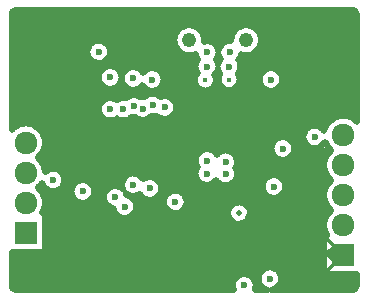
<source format=gbr>
G04 DipTrace 4.3.0.3*
G04 G3L.gbr*
%MOMM*%
G04 #@! TF.FileFunction,Copper,L3,Inr*
G04 #@! TF.Part,Single*
G04 #@! TA.AperFunction,ViaPad*
%ADD16C,0.45*%
G04 #@! TA.AperFunction,CopperBalancing*
%ADD18C,0.5*%
G04 #@! TA.AperFunction,Conductor*
%ADD19C,0.35*%
G04 #@! TA.AperFunction,CopperBalancing*
%ADD23C,0.33*%
G04 #@! TA.AperFunction,ComponentPad*
%ADD25R,1.92X1.92*%
%ADD26C,1.92*%
%ADD31C,1.2192*%
G04 #@! TA.AperFunction,ViaPad*
%ADD32C,0.6*%
%FSLAX35Y35*%
G04*
G71*
G90*
G75*
G01*
G04 Inner2*
%LPD*%
G36*
X3736453Y1403297D2*
X3774007Y1425490D1*
X3783507Y1424100D1*
X3783510Y1309803D1*
X3774010Y1311193D1*
X3711703Y1378547D1*
X3736453Y1403297D1*
G37*
G36*
X3713683Y3363433D2*
X3730000Y3384700D1*
X3732123Y3386820D1*
X3761820Y3357123D1*
X3759700Y3355000D1*
X3738433Y3338683D1*
X3713683Y3363433D1*
G37*
G36*
X3482500Y2479640D2*
X3470697Y2491480D1*
X3469160Y2494057D1*
X3506793Y2512703D1*
X3508330Y2510127D1*
X3517500Y2479640D1*
X3482500D1*
G37*
G36*
X3517500Y2560360D2*
X3508330Y2529873D1*
X3506793Y2527297D1*
X3469160Y2545943D1*
X3470697Y2548520D1*
X3482500Y2560360D1*
X3517500D1*
G37*
X3870010Y1360000D2*
D19*
X3755000D1*
X3575000Y1540000D1*
Y2155000D1*
X3500000Y2230000D1*
Y3125000D1*
X3760000Y3385000D1*
D16*
X2705000Y2840000D3*
X2905000Y2845000D3*
D32*
X2260000Y2630000D3*
X2100000Y2620000D3*
X1900000Y2595000D3*
X2360000Y2610000D3*
X2175000Y2600000D3*
X2010000Y2595000D3*
X1790000Y1655000D3*
X1755000Y1730000D3*
X1685000Y1735000D3*
X1605000Y1755000D3*
X1915000Y1430000D3*
X2015000Y1425000D3*
X1620000Y1695000D3*
X1695000Y1655000D3*
X2135000Y1415000D3*
X2140000Y1625000D3*
X3255000Y1395000D3*
X3180000Y1425000D3*
X3480000Y2520000D3*
X1840000Y1485000D3*
X2330000Y1615000D3*
X2575000Y1470000D3*
X3760000Y3385000D3*
X3500000Y3375000D3*
X1800000Y3080000D3*
X1900000Y2865000D3*
X2095000Y2855000D3*
X2255000Y2845000D3*
X3630000Y2360000D3*
X3360000Y2260000D3*
X3250000Y1160000D3*
X3035000Y1105000D3*
D18*
X2990000Y1715000D3*
D32*
X2095000Y1955000D3*
X1940000Y1850000D3*
X1665000Y1900000D3*
X1415000Y1995000D3*
X2020000Y1770000D3*
X2450000Y1810000D3*
X2875000Y2150000D3*
X2720000Y2160000D3*
X2715000Y2050000D3*
X2875000Y2045000D3*
X3285000Y1940000D3*
X3260000Y2845000D3*
X2910000Y3075000D3*
X2720000D3*
X2715000Y2955000D3*
X2905000D3*
X2235000Y1925000D3*
X1070023Y3385333D2*
D18*
X3980016D1*
X1070023Y3335667D2*
X3980016D1*
X1070023Y3286000D2*
X2493838D1*
X2643564D2*
X2976409D1*
X3126182D2*
X3980016D1*
X1070023Y3236333D2*
X2449906D1*
X2687497D2*
X2932523D1*
X3170068D2*
X3980016D1*
X1070023Y3186667D2*
X2436917D1*
X2700485D2*
X2919534D1*
X3183102D2*
X3980016D1*
X1070023Y3137000D2*
X1717731D1*
X1882269D2*
X2444255D1*
X2798284D2*
X2831715D1*
X3175765D2*
X3980016D1*
X1070023Y3087333D2*
X1699274D1*
X1900726D2*
X2476930D1*
X3143089D2*
X3980016D1*
X1070023Y3037667D2*
X1708844D1*
X1891156D2*
X2626546D1*
X3003454D2*
X3980016D1*
X1070023Y2988000D2*
X1767588D1*
X1832412D2*
X2619847D1*
X3000173D2*
X3980016D1*
X1070023Y2938333D2*
X1833031D1*
X1966943D2*
X2042347D1*
X2147640D2*
X2227510D1*
X2282490D2*
X2615472D1*
X3004548D2*
X3232529D1*
X3287464D2*
X3980016D1*
X1070023Y2888667D2*
X1801950D1*
X2345472D2*
X2626090D1*
X2789398D2*
X2823011D1*
X2986956D2*
X3169502D1*
X3350492D2*
X3980016D1*
X1070023Y2839000D2*
X1802588D1*
X2355817D2*
X2611507D1*
X2998304D2*
X3159202D1*
X3360791D2*
X3980016D1*
X1070023Y2789333D2*
X1835902D1*
X1964072D2*
X2019971D1*
X2338226D2*
X2627458D1*
X2782562D2*
X2831214D1*
X2978799D2*
X3176794D1*
X3343200D2*
X3980016D1*
X1070023Y2739667D2*
X3980016D1*
X1070023Y2690000D2*
X1881201D1*
X1918818D2*
X1991169D1*
X2418070D2*
X3980016D1*
X1070023Y2640333D2*
X1810381D1*
X2456077D2*
X3980016D1*
X1070023Y2590667D2*
X1799079D1*
X2459040D2*
X3980016D1*
X1070023Y2541000D2*
X1815622D1*
X2431742D2*
X3980016D1*
X1070023Y2491333D2*
X3751240D1*
X1287132Y2441667D2*
X3574554D1*
X3685452D2*
X3716878D1*
X1330882Y2392000D2*
X3534495D1*
X1349157Y2342333D2*
X3305628D1*
X3414385D2*
X3530622D1*
X1350843Y2292667D2*
X3264749D1*
X3455264D2*
X3556553D1*
X1336579Y2243000D2*
X2666742D1*
X2773219D2*
X2846208D1*
X2903831D2*
X3260511D1*
X3459502D2*
X3757256D1*
X1300303Y2193333D2*
X2624951D1*
X2965674D2*
X3285941D1*
X3434072D2*
X3719567D1*
X1327510Y2143667D2*
X2620394D1*
X2975791D2*
X3704437D1*
X1347972Y2094000D2*
X2624678D1*
X2962575D2*
X3705439D1*
X1502373Y2044333D2*
X2054834D1*
X2135153D2*
X2614150D1*
X2976019D2*
X3722848D1*
X1515999Y1994667D2*
X1644040D1*
X1685941D2*
X2002562D1*
X2306051D2*
X2631559D1*
X2961755D2*
X3201084D1*
X3368903D2*
X3764001D1*
X1501963Y1945000D2*
X1575179D1*
X1754801D2*
X1921169D1*
X1958831D2*
X1994541D1*
X2333896D2*
X3184131D1*
X3385856D2*
X3722484D1*
X1323818Y1895333D2*
X1564105D1*
X1765876D2*
X1850394D1*
X2331299D2*
X2401006D1*
X2498962D2*
X3195023D1*
X3374964D2*
X3705303D1*
X1346559Y1845667D2*
X1580876D1*
X1749150D2*
X1839092D1*
X2084066D2*
X2175921D1*
X2294066D2*
X2355889D1*
X2544124D2*
X3262197D1*
X3307790D2*
X3704528D1*
X1351800Y1796000D2*
X1855635D1*
X2117425D2*
X2350010D1*
X2549958D2*
X2943506D1*
X3036494D2*
X3719886D1*
X1341409Y1746333D2*
X1921943D1*
X2118018D2*
X2373161D1*
X2526852D2*
X2899574D1*
X3080426D2*
X3758031D1*
X1351982Y1696667D2*
X1953024D1*
X2086937D2*
X2895882D1*
X3084118D2*
X3725674D1*
X1351982Y1647000D2*
X2924548D1*
X3055452D2*
X3706396D1*
X1351982Y1597333D2*
X3703844D1*
X1351982Y1547667D2*
X3717197D1*
X1351982Y1498000D2*
X3703024D1*
X1351982Y1448333D2*
X3703024D1*
X1351982Y1398667D2*
X3703024D1*
X1070023Y1349000D2*
X3703024D1*
X1070023Y1299333D2*
X3703024D1*
X1070023Y1249667D2*
X3210700D1*
X3289287D2*
X3703024D1*
X1070023Y1200000D2*
X3016195D1*
X3053812D2*
X3157744D1*
X3342288D2*
X3703024D1*
X1070023Y1150333D2*
X2945374D1*
X3350492D2*
X3980016D1*
X1070478Y1100667D2*
X2934118D1*
X3135889D2*
X3169548D1*
X3330485D2*
X3979515D1*
X3715787Y1522000D2*
X3736667D1*
X3733614Y1526585D1*
X3722561Y1546885D1*
X3714511Y1568551D1*
X3709625Y1591143D1*
X3708005Y1614200D1*
X3709682Y1637253D1*
X3714623Y1659833D1*
X3722727Y1681479D1*
X3733830Y1701752D1*
X3747704Y1720239D1*
X3764068Y1736563D1*
X3769693Y1740763D1*
X3763762Y1745700D1*
X3747438Y1762064D1*
X3733609Y1780585D1*
X3722557Y1800885D1*
X3714506Y1822551D1*
X3709621Y1845143D1*
X3708000Y1868200D1*
X3709677Y1891253D1*
X3714619Y1913833D1*
X3722723Y1935479D1*
X3733825Y1955752D1*
X3747699Y1974239D1*
X3764064Y1990563D1*
X3769689Y1994763D1*
X3763757Y1999700D1*
X3747433Y2016064D1*
X3733604Y2034585D1*
X3722552Y2054885D1*
X3714501Y2076551D1*
X3709616Y2099143D1*
X3707995Y2122200D1*
X3709673Y2145253D1*
X3714614Y2167833D1*
X3722718Y2189479D1*
X3733820Y2209752D1*
X3747695Y2228239D1*
X3764059Y2244563D1*
X3769684Y2248763D1*
X3763752Y2253700D1*
X3747428Y2270064D1*
X3733600Y2288585D1*
X3722547Y2308885D1*
X3717901Y2321390D1*
X3714941Y2315268D1*
X3701768Y2296240D1*
X3684424Y2280918D1*
X3663917Y2270191D1*
X3641439Y2264684D1*
X3618296Y2264716D1*
X3595833Y2270286D1*
X3575356Y2281070D1*
X3558054Y2296440D1*
X3544934Y2315505D1*
X3536758Y2337156D1*
X3534000Y2360134D1*
X3536822Y2383104D1*
X3545059Y2404732D1*
X3558232Y2423760D1*
X3575576Y2439082D1*
X3596083Y2449809D1*
X3618561Y2455316D1*
X3641704Y2455284D1*
X3664167Y2449714D1*
X3684644Y2438930D1*
X3701946Y2423560D1*
X3711517Y2409652D1*
X3712411Y2413587D1*
X3719365Y2435631D1*
X3729384Y2456460D1*
X3742266Y2475652D1*
X3757748Y2492814D1*
X3775514Y2507599D1*
X3795205Y2519705D1*
X3816417Y2528886D1*
X3838720Y2534954D1*
X3861660Y2537786D1*
X3884769Y2537325D1*
X3907578Y2533580D1*
X3929621Y2526627D1*
X3950450Y2516607D1*
X3969642Y2503725D1*
X3985011Y2489861D1*
X3985000Y3395744D1*
X3983267Y3408904D1*
X3979826Y3417217D1*
X3974354Y3424349D1*
X3967222Y3429821D1*
X3958917Y3433262D1*
X3945750Y3434995D1*
X1104276Y3435000D1*
X1091096Y3433266D1*
X1082783Y3429825D1*
X1075650Y3424353D1*
X1070178Y3417221D1*
X1066738Y3408915D1*
X1065004Y3395746D1*
X1065002Y2420825D1*
X1079064Y2434562D1*
X1097584Y2448391D1*
X1117885Y2459443D1*
X1139551Y2467494D1*
X1162143Y2472379D1*
X1185200Y2474000D1*
X1208253Y2472323D1*
X1230832Y2467381D1*
X1252479Y2459277D1*
X1272752Y2448175D1*
X1291238Y2434301D1*
X1307562Y2417936D1*
X1321391Y2399416D1*
X1332443Y2379115D1*
X1340494Y2357449D1*
X1345379Y2334857D1*
X1347000Y2312000D1*
X1345323Y2288747D1*
X1340381Y2266168D1*
X1332277Y2244521D1*
X1321175Y2224248D1*
X1307301Y2205762D1*
X1290936Y2189438D1*
X1285275Y2185211D1*
X1294864Y2177054D1*
X1310689Y2160207D1*
X1323955Y2141280D1*
X1334393Y2120657D1*
X1341789Y2098758D1*
X1345994Y2076030D1*
X1346747Y2062525D1*
X1360576Y2074082D1*
X1381083Y2084809D1*
X1403561Y2090316D1*
X1426704Y2090284D1*
X1449167Y2084714D1*
X1469644Y2073930D1*
X1486946Y2058560D1*
X1500066Y2039495D1*
X1508242Y2017844D1*
X1511000Y1995000D1*
X1508178Y1971896D1*
X1499941Y1950268D1*
X1486768Y1931240D1*
X1469424Y1915918D1*
X1448917Y1905191D1*
X1426439Y1899684D1*
X1403296Y1899716D1*
X1380833Y1905286D1*
X1360356Y1916070D1*
X1343054Y1931440D1*
X1329934Y1950505D1*
X1321989Y1971543D1*
X1318478Y1966198D1*
X1304054Y1948136D1*
X1287207Y1932311D1*
X1285451Y1931081D1*
X1291238Y1926301D1*
X1307562Y1909936D1*
X1321391Y1891416D1*
X1332443Y1871115D1*
X1340494Y1849449D1*
X1345379Y1826857D1*
X1347000Y1804000D1*
X1345323Y1780747D1*
X1340381Y1758168D1*
X1332277Y1736521D1*
X1321175Y1716248D1*
X1317991Y1712006D1*
X1347000Y1712000D1*
Y1388000D1*
X1065018D1*
X1065000Y1104256D1*
X1066736Y1091079D1*
X1070176Y1082782D1*
X1075649Y1075648D1*
X1082783Y1070174D1*
X1091088Y1066733D1*
X1104251Y1065001D1*
X2947738Y1065000D1*
X2941758Y1082156D1*
X2939000Y1105134D1*
X2941822Y1128104D1*
X2950059Y1149732D1*
X2963232Y1168760D1*
X2980576Y1184082D1*
X3001083Y1194809D1*
X3023561Y1200316D1*
X3046704Y1200284D1*
X3069167Y1194714D1*
X3089644Y1183930D1*
X3106946Y1168560D1*
X3120066Y1149495D1*
X3128242Y1127844D1*
X3131000Y1105000D1*
X3128178Y1081896D1*
X3121751Y1065020D1*
X3236169Y1065000D1*
X3233416Y1065443D1*
X3228840Y1066361D1*
X3224315Y1067500D1*
X3219851Y1068857D1*
X3215458Y1070430D1*
X3211146Y1072214D1*
X3206926Y1074206D1*
X3202808Y1076400D1*
X3184173Y1090123D1*
X3169363Y1107907D1*
X3159240Y1128718D1*
X3154391Y1151348D1*
X3155098Y1174480D1*
X3161321Y1196771D1*
X3172698Y1216924D1*
X3188567Y1233770D1*
X3208007Y1246328D1*
X3229886Y1253869D1*
X3252935Y1255955D1*
X3275814Y1252464D1*
X3297192Y1243600D1*
X3315827Y1229877D1*
X3330637Y1212093D1*
X3340760Y1191282D1*
X3345609Y1168652D1*
X3346000Y1160000D1*
X3343178Y1136896D1*
X3334941Y1115268D1*
X3321768Y1096240D1*
X3304424Y1080918D1*
X3283917Y1070191D1*
X3279513Y1068649D1*
X3275039Y1067323D1*
X3270506Y1066216D1*
X3265925Y1065330D1*
X3263620Y1065000D1*
X3945724D1*
X3958920Y1066736D1*
X3967217Y1070175D1*
X3974351Y1075648D1*
X3979825Y1082781D1*
X3983267Y1091088D1*
X3985002Y1104255D1*
X3985003Y1198019D1*
X3845343Y1198000D1*
X3708009D1*
Y1522000D1*
X3715787D1*
X2790442Y2816936D2*
X2781561Y2795608D1*
X2767463Y2777305D1*
X2749108Y2763275D1*
X2727747Y2754473D1*
X2704836Y2751500D1*
X2681936Y2754558D1*
X2660608Y2763439D1*
X2642305Y2777537D1*
X2628275Y2795892D1*
X2619473Y2817253D1*
X2616500Y2840164D1*
X2619558Y2863064D1*
X2628439Y2884392D1*
X2638338Y2897243D1*
X2629934Y2910505D1*
X2621758Y2932156D1*
X2619000Y2955134D1*
X2621822Y2978104D1*
X2630059Y2999732D1*
X2642730Y3018035D1*
X2634934Y3030505D1*
X2626758Y3052156D1*
X2625069Y3066225D1*
X2603568Y3057922D1*
X2580543Y3053594D1*
X2557114Y3053570D1*
X2534080Y3057851D1*
X2512224Y3066293D1*
X2492292Y3078606D1*
X2474962Y3094372D1*
X2460824Y3113055D1*
X2450360Y3134017D1*
X2443925Y3156545D1*
X2441740Y3179871D1*
X2443878Y3203202D1*
X2450267Y3225743D1*
X2460689Y3246726D1*
X2474789Y3265437D1*
X2492087Y3281239D1*
X2511994Y3293592D1*
X2533832Y3302078D1*
X2556857Y3306406D1*
X2580286Y3306430D1*
X2603320Y3302149D1*
X2625176Y3293707D1*
X2645108Y3281394D1*
X2662438Y3265628D1*
X2676576Y3246945D1*
X2687040Y3225983D1*
X2693475Y3203455D1*
X2695660Y3180000D1*
X2694514Y3167561D1*
X2708561Y3170316D1*
X2731704Y3170284D1*
X2754167Y3164714D1*
X2774644Y3153930D1*
X2791946Y3138560D1*
X2805066Y3119495D1*
X2813242Y3097844D1*
X2814242Y3093286D1*
X2814999Y3088807D1*
X2815861Y3093812D1*
X2816887Y3098364D1*
X2818132Y3102861D1*
X2819594Y3107292D1*
X2821270Y3111647D1*
X2832619Y3131817D1*
X2848464Y3148684D1*
X2867886Y3161270D1*
X2889756Y3168841D1*
X2912802Y3170959D1*
X2924802Y3169145D1*
X2924340Y3179871D1*
X2926478Y3203202D1*
X2932867Y3225743D1*
X2943289Y3246726D1*
X2957389Y3265437D1*
X2974687Y3281239D1*
X2994594Y3293592D1*
X3016432Y3302078D1*
X3039457Y3306406D1*
X3062886Y3306430D1*
X3085920Y3302149D1*
X3107776Y3293707D1*
X3127708Y3281394D1*
X3145038Y3265628D1*
X3159176Y3246945D1*
X3169640Y3225983D1*
X3176075Y3203455D1*
X3178260Y3180000D1*
X3176122Y3156798D1*
X3169733Y3134257D1*
X3159311Y3113274D1*
X3145211Y3094563D1*
X3127913Y3078761D1*
X3108006Y3066408D1*
X3086168Y3057922D1*
X3063143Y3053594D1*
X3039714Y3053570D1*
X3016680Y3057851D1*
X3005176Y3062295D1*
X3003178Y3051896D1*
X2994941Y3030268D1*
X2982270Y3011965D1*
X2985564Y3007205D1*
X2995717Y2986408D1*
X3000597Y2963786D1*
X3001000Y2955000D1*
X2998178Y2931896D1*
X2989941Y2910268D1*
X2978685Y2894009D1*
X2981725Y2889108D1*
X2990527Y2867747D1*
X2993500Y2845000D1*
X2990442Y2821936D1*
X2981561Y2800608D1*
X2967463Y2782305D1*
X2949108Y2768275D1*
X2927747Y2759473D1*
X2904836Y2756500D1*
X2881936Y2759558D1*
X2860608Y2768439D1*
X2842305Y2782537D1*
X2828275Y2800892D1*
X2819473Y2822253D1*
X2816500Y2845164D1*
X2819558Y2868064D1*
X2828439Y2889392D1*
X2831454Y2893306D1*
X2819934Y2910505D1*
X2811758Y2932156D1*
X2810758Y2936714D1*
X2810001Y2941193D1*
X2808178Y2931896D1*
X2799941Y2910268D1*
X2786768Y2891240D1*
X2780688Y2885868D1*
X2781725Y2884108D1*
X2790527Y2862747D1*
X2793500Y2840000D1*
X2790442Y2816936D1*
X2294728Y2540511D2*
X2305356Y2531070D1*
X2325833Y2520286D1*
X2348296Y2514716D1*
X2371439Y2514684D1*
X2393917Y2520191D1*
X2414424Y2530918D1*
X2431768Y2546240D1*
X2444941Y2565268D1*
X2453178Y2586896D1*
X2456000Y2610000D1*
X2453242Y2632844D1*
X2445066Y2654495D1*
X2431946Y2673560D1*
X2414644Y2688930D1*
X2394167Y2699714D1*
X2371704Y2705284D1*
X2348561Y2705316D1*
X2325983Y2699757D1*
X2325272Y2699489D1*
X2314644Y2708930D1*
X2294167Y2719714D1*
X2271704Y2725284D1*
X2248561Y2725316D1*
X2226083Y2719809D1*
X2205576Y2709082D1*
X2189095Y2694691D1*
X2186704Y2695284D1*
X2163561Y2695316D1*
X2159392Y2694712D1*
X2154644Y2698930D1*
X2134167Y2709714D1*
X2111704Y2715284D1*
X2088561Y2715316D1*
X2066083Y2709809D1*
X2045576Y2699082D1*
X2031993Y2687733D1*
X2021704Y2690284D1*
X1998561Y2690316D1*
X1976083Y2684809D1*
X1955576Y2674082D1*
X1954965Y2673645D1*
X1954644Y2673930D1*
X1934167Y2684714D1*
X1911704Y2690284D1*
X1888561Y2690316D1*
X1866083Y2684809D1*
X1845576Y2674082D1*
X1828232Y2658760D1*
X1815059Y2639732D1*
X1806822Y2618104D1*
X1804000Y2595134D1*
X1806758Y2572156D1*
X1814934Y2550505D1*
X1828054Y2531440D1*
X1845356Y2516070D1*
X1865833Y2505286D1*
X1888296Y2499716D1*
X1911439Y2499684D1*
X1933917Y2505191D1*
X1954424Y2515918D1*
X1955035Y2516355D1*
X1955356Y2516070D1*
X1975833Y2505286D1*
X1998296Y2499716D1*
X2021439Y2499684D1*
X2043917Y2505191D1*
X2064424Y2515918D1*
X2078007Y2527267D1*
X2088296Y2524716D1*
X2111439Y2524684D1*
X2115608Y2525288D1*
X2120356Y2521070D1*
X2140833Y2510286D1*
X2163296Y2504716D1*
X2186439Y2504684D1*
X2208917Y2510191D1*
X2229424Y2520918D1*
X2245905Y2535309D1*
X2248296Y2534716D1*
X2271439Y2534684D1*
X2294017Y2540243D1*
X1893178Y3056896D2*
X1884941Y3035268D1*
X1871768Y3016240D1*
X1854424Y3000918D1*
X1833917Y2990191D1*
X1811439Y2984684D1*
X1788296Y2984716D1*
X1765833Y2990286D1*
X1745356Y3001070D1*
X1728054Y3016440D1*
X1714934Y3035505D1*
X1706758Y3057156D1*
X1704000Y3080134D1*
X1706822Y3103104D1*
X1715059Y3124732D1*
X1728232Y3143760D1*
X1745576Y3159082D1*
X1766083Y3169809D1*
X1788561Y3175316D1*
X1811704Y3175284D1*
X1834167Y3169714D1*
X1854644Y3158930D1*
X1871946Y3143560D1*
X1885066Y3124495D1*
X1893242Y3102844D1*
X1896000Y3080000D1*
X1893178Y3056896D1*
X1993178Y2841896D2*
X1984941Y2820268D1*
X1971768Y2801240D1*
X1954424Y2785918D1*
X1933917Y2775191D1*
X1911439Y2769684D1*
X1888296Y2769716D1*
X1865833Y2775286D1*
X1845356Y2786070D1*
X1828054Y2801440D1*
X1814934Y2820505D1*
X1806758Y2842156D1*
X1804000Y2865134D1*
X1806822Y2888104D1*
X1815059Y2909732D1*
X1828232Y2928760D1*
X1845576Y2944082D1*
X1866083Y2954809D1*
X1888561Y2960316D1*
X1911704Y2960284D1*
X1934167Y2954714D1*
X1954644Y2943930D1*
X1971946Y2928560D1*
X1985066Y2909495D1*
X1993242Y2887844D1*
X1996000Y2865000D1*
X1993178Y2841896D1*
X2171361Y2797874D2*
X2166768Y2791240D1*
X2149424Y2775918D1*
X2128917Y2765191D1*
X2106439Y2759684D1*
X2083296Y2759716D1*
X2060833Y2765286D1*
X2040356Y2776070D1*
X2023054Y2791440D1*
X2009934Y2810505D1*
X2001758Y2832156D1*
X1999000Y2855134D1*
X2001822Y2878104D1*
X2010059Y2899732D1*
X2023232Y2918760D1*
X2040576Y2934082D1*
X2061083Y2944809D1*
X2083561Y2950316D1*
X2106704Y2950284D1*
X2129167Y2944714D1*
X2149644Y2933930D1*
X2166946Y2918560D1*
X2178054Y2902418D1*
X2183232Y2908760D1*
X2200576Y2924082D1*
X2221083Y2934809D1*
X2243561Y2940316D1*
X2266704Y2940284D1*
X2289167Y2934714D1*
X2309644Y2923930D1*
X2326946Y2908560D1*
X2340066Y2889495D1*
X2348242Y2867844D1*
X2351000Y2845000D1*
X2348178Y2821896D1*
X2339941Y2800268D1*
X2326768Y2781240D1*
X2309424Y2765918D1*
X2288917Y2755191D1*
X2266439Y2749684D1*
X2243296Y2749716D1*
X2220833Y2755286D1*
X2200356Y2766070D1*
X2183054Y2781440D1*
X2171946Y2797582D1*
X3453178Y2236896D2*
X3444941Y2215268D1*
X3431768Y2196240D1*
X3414424Y2180918D1*
X3393917Y2170191D1*
X3371439Y2164684D1*
X3348296Y2164716D1*
X3325833Y2170286D1*
X3305356Y2181070D1*
X3288054Y2196440D1*
X3274934Y2215505D1*
X3266758Y2237156D1*
X3264000Y2260134D1*
X3266822Y2283104D1*
X3275059Y2304732D1*
X3288232Y2323760D1*
X3305576Y2339082D1*
X3326083Y2349809D1*
X3348561Y2355316D1*
X3371704Y2355284D1*
X3394167Y2349714D1*
X3414644Y2338930D1*
X3431946Y2323560D1*
X3445066Y2304495D1*
X3453242Y2282844D1*
X3456000Y2260000D1*
X3453178Y2236896D1*
X3078025Y1691922D2*
X3069520Y1670756D1*
X3056019Y1652370D1*
X3038369Y1637919D1*
X3017680Y1628312D1*
X2995252Y1624152D1*
X2972494Y1625700D1*
X2950836Y1632859D1*
X2931639Y1645179D1*
X2916109Y1661886D1*
X2905221Y1681931D1*
X2899661Y1704054D1*
X2899777Y1726864D1*
X2905562Y1748929D1*
X2916652Y1768862D1*
X2932352Y1785411D1*
X2951673Y1797535D1*
X2973403Y1804474D1*
X2996175Y1805790D1*
X3018560Y1801402D1*
X3039150Y1791585D1*
X3056652Y1776956D1*
X3069966Y1758434D1*
X3078255Y1737182D1*
X3081000Y1715000D1*
X3078025Y1691922D1*
X2151440Y1877698D2*
X2149424Y1875918D1*
X2128917Y1865191D1*
X2106439Y1859684D1*
X2083296Y1859716D1*
X2060833Y1865286D1*
X2040356Y1876070D1*
X2036585Y1878818D1*
X2032952Y1881747D1*
X2029443Y1884871D1*
X2030717Y1881408D1*
X2032136Y1876963D1*
X2033337Y1872454D1*
X2034318Y1867892D1*
X2034602Y1864869D1*
X2054167Y1859714D1*
X2074644Y1848930D1*
X2091946Y1833560D1*
X2105066Y1814495D1*
X2113242Y1792844D1*
X2116000Y1770000D1*
X2113178Y1746896D1*
X2104941Y1725268D1*
X2091768Y1706240D1*
X2074424Y1690918D1*
X2053917Y1680191D1*
X2031439Y1674684D1*
X2008296Y1674716D1*
X1985833Y1680286D1*
X1965356Y1691070D1*
X1948054Y1706440D1*
X1934934Y1725505D1*
X1926758Y1747156D1*
X1925807Y1755077D1*
X1905833Y1760286D1*
X1885356Y1771070D1*
X1868054Y1786440D1*
X1854934Y1805505D1*
X1846758Y1827156D1*
X1844000Y1850134D1*
X1846822Y1873104D1*
X1855059Y1894732D1*
X1868232Y1913760D1*
X1885576Y1929082D1*
X1906083Y1939809D1*
X1928561Y1945316D1*
X1951704Y1945284D1*
X1974167Y1939714D1*
X1994644Y1928930D1*
X1998415Y1926182D1*
X2002048Y1923253D1*
X2005557Y1920129D1*
X2004283Y1923592D1*
X2002864Y1928037D1*
X2001663Y1932546D1*
X2000682Y1937108D1*
X1999141Y1960200D1*
X2003171Y1982989D1*
X2012537Y2004152D1*
X2026696Y2022458D1*
X2044825Y2036844D1*
X2065870Y2046474D1*
X2088607Y2050787D1*
X2111716Y2049533D1*
X2133854Y2042786D1*
X2153733Y2030937D1*
X2170200Y2014674D1*
X2177866Y2002169D1*
X2180576Y2004082D1*
X2201083Y2014809D1*
X2223561Y2020316D1*
X2246704Y2020284D1*
X2269167Y2014714D1*
X2289644Y2003930D1*
X2306946Y1988560D1*
X2320066Y1969495D1*
X2328242Y1947844D1*
X2331000Y1925000D1*
X2328178Y1901896D1*
X2319941Y1880268D1*
X2306768Y1861240D1*
X2289424Y1845918D1*
X2268917Y1835191D1*
X2246439Y1829684D1*
X2223296Y1829716D1*
X2200833Y1835286D1*
X2180356Y1846070D1*
X2163054Y1861440D1*
X2151894Y1877657D1*
X1758178Y1876896D2*
X1749941Y1855268D1*
X1736768Y1836240D1*
X1719424Y1820918D1*
X1698917Y1810191D1*
X1676439Y1804684D1*
X1653296Y1804716D1*
X1630833Y1810286D1*
X1610356Y1821070D1*
X1593054Y1836440D1*
X1579934Y1855505D1*
X1571758Y1877156D1*
X1569000Y1900134D1*
X1571822Y1923104D1*
X1580059Y1944732D1*
X1593232Y1963760D1*
X1610576Y1979082D1*
X1631083Y1989809D1*
X1653561Y1995316D1*
X1676704Y1995284D1*
X1699167Y1989714D1*
X1719644Y1978930D1*
X1736946Y1963560D1*
X1750066Y1944495D1*
X1758242Y1922844D1*
X1761000Y1900000D1*
X1758178Y1876896D1*
X2543178Y1786896D2*
X2534941Y1765268D1*
X2521768Y1746240D1*
X2504424Y1730918D1*
X2483917Y1720191D1*
X2461439Y1714684D1*
X2438296Y1714716D1*
X2415833Y1720286D1*
X2395356Y1731070D1*
X2378054Y1746440D1*
X2364934Y1765505D1*
X2356758Y1787156D1*
X2354000Y1810134D1*
X2356822Y1833104D1*
X2365059Y1854732D1*
X2378232Y1873760D1*
X2395576Y1889082D1*
X2416083Y1899809D1*
X2438561Y1905316D1*
X2461704Y1905284D1*
X2484167Y1899714D1*
X2504644Y1888930D1*
X2521946Y1873560D1*
X2535066Y1854495D1*
X2543242Y1832844D1*
X2546000Y1810000D1*
X2543178Y1786896D1*
X2968178Y2126896D2*
X2959941Y2105268D1*
X2954989Y2098114D1*
X2960066Y2089495D1*
X2968242Y2067844D1*
X2971000Y2045000D1*
X2968178Y2021896D1*
X2959941Y2000268D1*
X2946768Y1981240D1*
X2929424Y1965918D1*
X2908917Y1955191D1*
X2886439Y1949684D1*
X2863296Y1949716D1*
X2840833Y1955286D1*
X2820356Y1966070D1*
X2803054Y1981440D1*
X2793714Y1995013D1*
X2786768Y1986240D1*
X2769424Y1970918D1*
X2748917Y1960191D1*
X2726439Y1954684D1*
X2703296Y1954716D1*
X2680833Y1960286D1*
X2660356Y1971070D1*
X2643054Y1986440D1*
X2629934Y2005505D1*
X2621758Y2027156D1*
X2619000Y2050134D1*
X2621822Y2073104D1*
X2630059Y2094732D1*
X2639282Y2108055D1*
X2634934Y2115505D1*
X2626758Y2137156D1*
X2624000Y2160134D1*
X2626822Y2183104D1*
X2635059Y2204732D1*
X2648232Y2223760D1*
X2665576Y2239082D1*
X2686083Y2249809D1*
X2708561Y2255316D1*
X2731704Y2255284D1*
X2754167Y2249714D1*
X2774644Y2238930D1*
X2791946Y2223560D1*
X2800722Y2210806D1*
X2809957Y2220607D1*
X2828744Y2234121D1*
X2850220Y2242747D1*
X2873135Y2245982D1*
X2896160Y2243639D1*
X2917954Y2235854D1*
X2937252Y2223080D1*
X2952932Y2206058D1*
X2964083Y2185779D1*
X2970057Y2163420D1*
X2971000Y2150000D1*
X2968178Y2126896D1*
X3378178Y1916896D2*
X3369941Y1895268D1*
X3356768Y1876240D1*
X3339424Y1860918D1*
X3318917Y1850191D1*
X3296439Y1844684D1*
X3273296Y1844716D1*
X3250833Y1850286D1*
X3230356Y1861070D1*
X3213054Y1876440D1*
X3199934Y1895505D1*
X3191758Y1917156D1*
X3189000Y1940134D1*
X3191822Y1963104D1*
X3200059Y1984732D1*
X3213232Y2003760D1*
X3230576Y2019082D1*
X3251083Y2029809D1*
X3273561Y2035316D1*
X3296704Y2035284D1*
X3319167Y2029714D1*
X3339644Y2018930D1*
X3356946Y2003560D1*
X3370066Y1984495D1*
X3378242Y1962844D1*
X3381000Y1940000D1*
X3378178Y1916896D1*
X3353178Y2821896D2*
X3344941Y2800268D1*
X3331768Y2781240D1*
X3314424Y2765918D1*
X3293917Y2755191D1*
X3271439Y2749684D1*
X3248296Y2749716D1*
X3225833Y2755286D1*
X3205356Y2766070D1*
X3188054Y2781440D1*
X3174934Y2800505D1*
X3166758Y2822156D1*
X3164000Y2845134D1*
X3166822Y2868104D1*
X3175059Y2889732D1*
X3188232Y2908760D1*
X3205576Y2924082D1*
X3226083Y2934809D1*
X3248561Y2940316D1*
X3271704Y2940284D1*
X3294167Y2934714D1*
X3314644Y2923930D1*
X3331946Y2908560D1*
X3345066Y2889495D1*
X3353242Y2867844D1*
X3356000Y2845000D1*
X3353178Y2821896D1*
X2833121Y3018608D2*
X2824934Y3030505D1*
X2816758Y3052156D1*
X2815758Y3056714D1*
X2815001Y3061193D1*
X2813178Y3051896D1*
X2804941Y3030268D1*
X2792270Y3011965D1*
X2800066Y2999495D1*
X2808242Y2977844D1*
X2809242Y2973286D1*
X2809999Y2968807D1*
X2810861Y2973812D1*
X2811887Y2978364D1*
X2813132Y2982861D1*
X2814594Y2987292D1*
X2816270Y2991647D1*
X2827619Y3011817D1*
X2833050Y3017598D1*
X2833121Y3018608D1*
X3870009Y1360000D2*
D23*
X3708077Y1198062D1*
X3870009Y1360000D2*
X3708071Y1521933D1*
D25*
X3870009Y1360000D3*
D26*
X3870005Y1614000D3*
X3870000Y1868000D3*
X3869995Y2122000D3*
X3869991Y2376000D3*
D25*
X1185000Y1550000D3*
D26*
Y1804000D3*
Y2058000D3*
Y2312000D3*
D31*
X2568700Y3180000D3*
X3051300D3*
M02*

</source>
